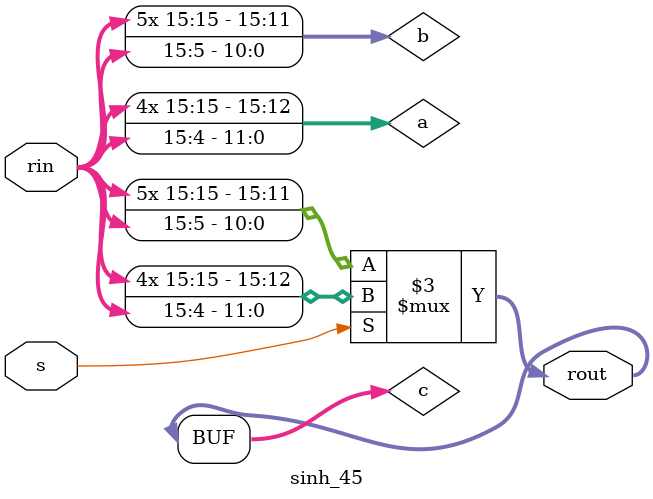
<source format=v>
module sinh_45(
    input signed [15:0] rin,
    input s,
    output signed [15:0] rout    
    );
    wire signed [15:0] a,b,c;
    assign a = rin >>> 4;
    assign b = rin >>> 5;
    assign c = s? a:b;
    assign rout = c;
endmodule

</source>
